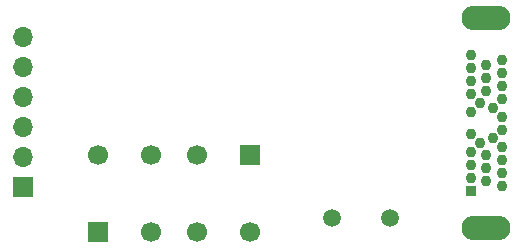
<source format=gbr>
%TF.GenerationSoftware,KiCad,Pcbnew,7.0.6*%
%TF.CreationDate,2024-04-30T21:30:12+02:00*%
%TF.ProjectId,F_Board_V1.1,465f426f-6172-4645-9f56-312e312e6b69,rev?*%
%TF.SameCoordinates,Original*%
%TF.FileFunction,Soldermask,Bot*%
%TF.FilePolarity,Negative*%
%FSLAX46Y46*%
G04 Gerber Fmt 4.6, Leading zero omitted, Abs format (unit mm)*
G04 Created by KiCad (PCBNEW 7.0.6) date 2024-04-30 21:30:12*
%MOMM*%
%LPD*%
G01*
G04 APERTURE LIST*
%ADD10R,1.700000X1.700000*%
%ADD11C,1.700000*%
%ADD12C,1.500000*%
%ADD13R,0.930000X0.930000*%
%ADD14C,0.930000*%
%ADD15O,4.150000X2.075000*%
%ADD16O,1.700000X1.700000*%
G04 APERTURE END LIST*
D10*
%TO.C,SW2*%
X151250000Y-100950000D03*
D11*
X151250000Y-94450000D03*
X155750000Y-100950000D03*
X155750000Y-94450000D03*
%TD*%
D10*
%TO.C,SW1*%
X164150000Y-94450000D03*
D11*
X164150000Y-100950000D03*
X159650000Y-94450000D03*
X159650000Y-100950000D03*
%TD*%
D12*
%TO.C,Y1*%
X171120000Y-99800000D03*
X176000000Y-99800000D03*
%TD*%
D13*
%TO.C,J2*%
X182832500Y-97444250D03*
D14*
X182832500Y-96344250D03*
X182832500Y-95244250D03*
X182832500Y-94144250D03*
X183632500Y-93394250D03*
X182832500Y-92644250D03*
X182832500Y-90794250D03*
X183632500Y-90044250D03*
X182832500Y-89294250D03*
X182832500Y-88194250D03*
X182832500Y-87094250D03*
X182832500Y-85994250D03*
X185482500Y-86369250D03*
X185482500Y-87469250D03*
X185482500Y-88569250D03*
X185482500Y-89669250D03*
X184682500Y-90419250D03*
X185482500Y-91169250D03*
X185482500Y-92269250D03*
X184682500Y-93019250D03*
X185482500Y-93769250D03*
X185482500Y-94869250D03*
X185482500Y-95969250D03*
X185482500Y-97069250D03*
X184157500Y-96669250D03*
X184157500Y-95569250D03*
X184157500Y-94469250D03*
X184157500Y-88969250D03*
X184157500Y-87869250D03*
X184157500Y-86769250D03*
D15*
X184157500Y-100619250D03*
X184157500Y-82819250D03*
%TD*%
D10*
%TO.C,J1*%
X144875000Y-97150000D03*
D16*
X144875000Y-94610000D03*
X144875000Y-92070000D03*
X144875000Y-89530000D03*
X144875000Y-86990000D03*
X144875000Y-84450000D03*
%TD*%
M02*

</source>
